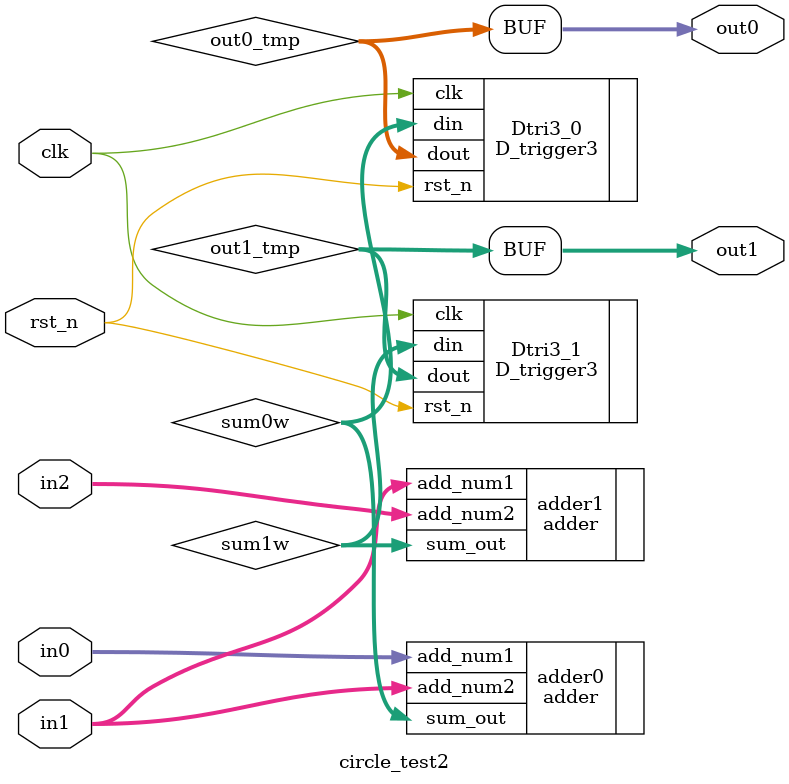
<source format=v>
module circle_test2(
        clk    ,
        rst_n  ,

        in0    ,
        in1    ,
        in2    ,

        out0   ,
        out1
);

parameter      DATA_W =  8;

input               clk    ;
input               rst_n  ;

input[DATA_W-1:0]   in0    ;
input[DATA_W-1:0]   in1    ;
input[DATA_W-1:0]   in2    ;

output[DATA_W-1:0]  out0   ;
output[DATA_W-1:0]  out1   ;

reg   [DATA_W-1:0]  out0   ;
reg   [DATA_W-1:0]  out1   ;


wire  [DATA_W-1:0]  sum0w   ;
wire  [DATA_W-1:0]  sum1w   ;

wire   [DATA_W-1:0]  out0_tmp   ;
wire   [DATA_W-1:0]  out1_tmp   ;

adder#(.ADD_W(DATA_W)) adder0(
    
    .add_num1(in0),
    .add_num2(in1),

    .sum_out(sum0w)
);

adder#(.ADD_W(DATA_W)) adder1(
    
    .add_num1(in1),
    .add_num2(in2),

    .sum_out(sum1w)
);

D_trigger3#(.DATA_W(DATA_W)) Dtri3_0(
        .clk(clk)       ,
        .rst_n(rst_n)   ,
        .din(sum0w)	   ,

        .dout(out0_tmp)
);

D_trigger3#(.DATA_W(DATA_W)) Dtri3_1(
        .clk(clk)       ,
        .rst_n(rst_n)   ,
        .din(sum1w)	   ,

        .dout(out1_tmp)
);

always@(*)begin
    out0 = out0_tmp;
end

always@(*)begin
    out1 = out1_tmp;
end


endmodule


</source>
